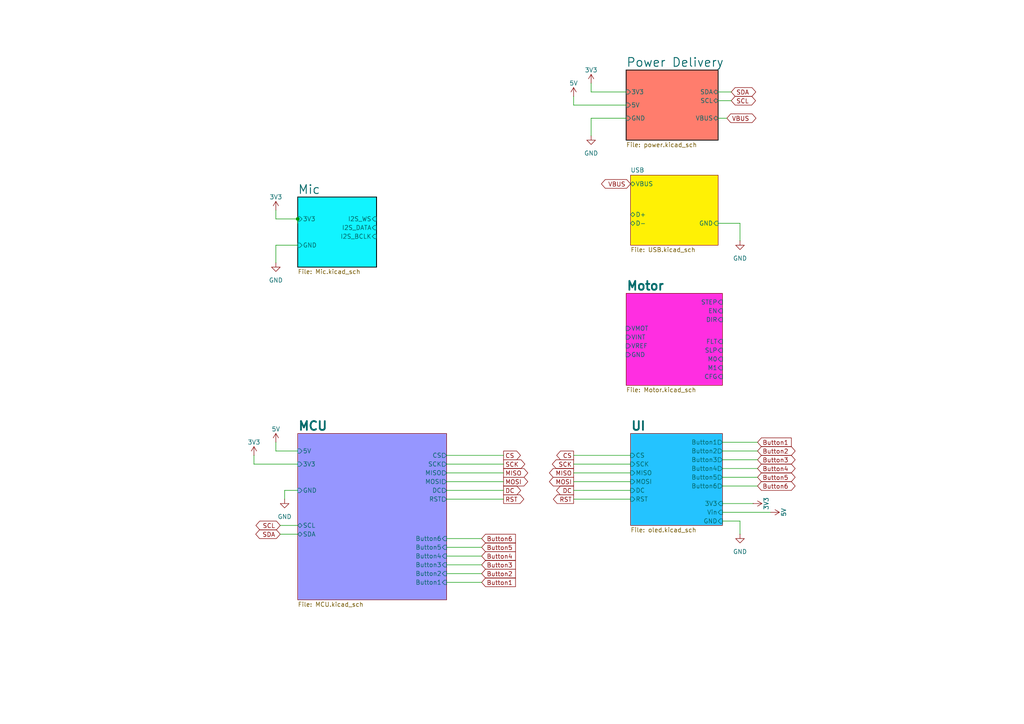
<source format=kicad_sch>
(kicad_sch (version 20231120) (generator "eeschema") (generator_version "8.0")
  (paper "A4")
  (lib_symbols
    (symbol "power:GND" (power) (pin_numbers hide) (pin_names (offset 0) hide)
      (property "Value" "GND" (at 0 -3.81 0))
      (symbol "GND_0_1"
        (polyline (pts (xy 0 0) (xy 0 -1.27) (xy 1.27 -1.27) (xy 0 -2.54) (xy -1.27 -1.27) (xy 0 -1.27)))
      )
      (symbol "GND_1_1"
        (pin power_in line (at 0 0 270) (length 0) (name "~") (number "1"))
      )
    )
    (symbol "power:VCC" (power) (pin_numbers hide) (pin_names (offset 0) hide)
      (property "Value" "VCC" (at 0 3.556 0))
      (symbol "VCC_0_1"
        (polyline (pts (xy -0.762 1.27) (xy 0 2.54)))
        (polyline (pts (xy 0 0) (xy 0 2.54)))
        (polyline (pts (xy 0 2.54) (xy 0.762 1.27)))
      )
      (symbol "VCC_1_1"
        (pin power_in line (at 0 0 90) (length 0) (name "~") (number "1"))
      )
    )
  )
  (junction (at 86.36 63.5))
  (wire (pts (xy 212.09 29.21) (xy 208.28 29.21)))
  (wire (pts (xy 129.54 163.83) (xy 139.7 163.83)))
  (wire (pts (xy 171.45 34.29) (xy 181.61 34.29)))
  (wire (pts (xy 209.55 133.35) (xy 219.71 133.35)))
  (wire (pts (xy 214.63 151.13) (xy 209.55 151.13)))
  (wire (pts (xy 129.54 139.7) (xy 146.05 139.7)))
  (wire (pts (xy 171.45 34.29) (xy 171.45 39.37)))
  (wire (pts (xy 73.66 134.62) (xy 73.66 132.08)))
  (wire (pts (xy 182.88 137.16) (xy 166.37 137.16)))
  (wire (pts (xy 182.88 134.62) (xy 166.37 134.62)))
  (wire (pts (xy 214.63 154.94) (xy 214.63 151.13)))
  (wire (pts (xy 182.88 139.7) (xy 166.37 139.7)))
  (wire (pts (xy 129.54 158.75) (xy 139.7 158.75)))
  (wire (pts (xy 80.01 60.96) (xy 80.01 63.5)))
  (wire (pts (xy 80.01 130.81) (xy 80.01 128.27)))
  (wire (pts (xy 80.01 63.5) (xy 86.36 63.5)))
  (wire (pts (xy 171.45 26.67) (xy 181.61 26.67)))
  (wire (pts (xy 209.55 146.05) (xy 218.44 146.05)))
  (wire (pts (xy 129.54 134.62) (xy 146.05 134.62)))
  (wire (pts (xy 86.36 142.24) (xy 82.55 142.24)))
  (wire (pts (xy 86.36 134.62) (xy 73.66 134.62)))
  (wire (pts (xy 86.36 71.12) (xy 80.01 71.12)))
  (wire (pts (xy 214.63 64.77) (xy 214.63 69.85)))
  (wire (pts (xy 129.54 161.29) (xy 139.7 161.29)))
  (wire (pts (xy 171.45 24.13) (xy 171.45 26.67)))
  (wire (pts (xy 182.88 132.08) (xy 166.37 132.08)))
  (wire (pts (xy 81.28 152.4) (xy 86.36 152.4)))
  (wire (pts (xy 210.82 34.29) (xy 208.28 34.29)))
  (wire (pts (xy 129.54 132.08) (xy 146.05 132.08)))
  (wire (pts (xy 129.54 142.24) (xy 146.05 142.24)))
  (wire (pts (xy 129.54 156.21) (xy 139.7 156.21)))
  (wire (pts (xy 209.55 130.81) (xy 219.71 130.81)))
  (wire (pts (xy 212.09 26.67) (xy 208.28 26.67)))
  (wire (pts (xy 129.54 137.16) (xy 146.05 137.16)))
  (wire (pts (xy 86.36 130.81) (xy 80.01 130.81)))
  (wire (pts (xy 129.54 168.91) (xy 139.7 168.91)))
  (wire (pts (xy 166.37 30.48) (xy 181.61 30.48)))
  (wire (pts (xy 209.55 138.43) (xy 219.71 138.43)))
  (wire (pts (xy 209.55 140.97) (xy 219.71 140.97)))
  (wire (pts (xy 81.28 154.94) (xy 86.36 154.94)))
  (wire (pts (xy 209.55 148.59) (xy 223.52 148.59)))
  (wire (pts (xy 166.37 30.48) (xy 166.37 27.94)))
  (wire (pts (xy 80.01 71.12) (xy 80.01 76.2)))
  (wire (pts (xy 182.88 142.24) (xy 166.37 142.24)))
  (wire (pts (xy 209.55 135.89) (xy 219.71 135.89)))
  (wire (pts (xy 182.88 144.78) (xy 166.37 144.78)))
  (wire (pts (xy 82.55 142.24) (xy 82.55 144.78)))
  (wire (pts (xy 208.28 64.77) (xy 214.63 64.77)))
  (wire (pts (xy 86.36 63.5) (xy 86.36 64.77)))
  (wire (pts (xy 129.54 144.78) (xy 146.05 144.78)))
  (wire (pts (xy 209.55 128.27) (xy 219.71 128.27)))
  (wire (pts (xy 129.54 166.37) (xy 139.7 166.37)))
  (global_label "Button3" (shape input) (at 139.7 163.83 0) (property "Intersheetrefs" "${INTERSHEET_REFS}" (effects (hide yes))))
  (global_label "SCK" (shape output) (at 166.37 134.62 180) (property "Intersheetrefs" "${INTERSHEET_REFS}" (effects (hide yes))))
  (global_label "VBUS" (shape bidirectional) (at 210.82 34.29 0) (property "Intersheetrefs" "${INTERSHEET_REFS}" (effects (hide yes))))
  (global_label "RST" (shape output) (at 166.37 144.78 180) (property "Intersheetrefs" "${INTERSHEET_REFS}" (effects (hide yes))))
  (global_label "SCL" (shape bidirectional) (at 81.28 152.4 180) (property "Intersheetrefs" "${INTERSHEET_REFS}" (effects (hide yes))))
  (global_label "SDA" (shape bidirectional) (at 212.09 26.67 0) (property "Intersheetrefs" "${INTERSHEET_REFS}" (effects (hide yes))))
  (global_label "CS" (shape output) (at 146.05 132.08 0) (property "Intersheetrefs" "${INTERSHEET_REFS}" (effects (hide yes))))
  (global_label "CS" (shape output) (at 166.37 132.08 180) (property "Intersheetrefs" "${INTERSHEET_REFS}" (effects (hide yes))))
  (global_label "Button6" (shape bidirectional) (at 219.71 140.97 0) (property "Intersheetrefs" "${INTERSHEET_REFS}" (effects (hide yes))))
  (global_label "MISO" (shape output) (at 146.05 137.16 0) (property "Intersheetrefs" "${INTERSHEET_REFS}" (effects (hide yes))))
  (global_label "Button3" (shape bidirectional) (at 219.71 133.35 0) (property "Intersheetrefs" "${INTERSHEET_REFS}" (effects (hide yes))))
  (global_label "Button5" (shape bidirectional) (at 219.71 138.43 0) (property "Intersheetrefs" "${INTERSHEET_REFS}" (effects (hide yes))))
  (global_label "Button2" (shape bidirectional) (at 219.71 130.81 0) (property "Intersheetrefs" "${INTERSHEET_REFS}" (effects (hide yes))))
  (global_label "Button5" (shape input) (at 139.7 158.75 0) (property "Intersheetrefs" "${INTERSHEET_REFS}" (effects (hide yes))))
  (global_label "DC" (shape output) (at 146.05 142.24 0) (property "Intersheetrefs" "${INTERSHEET_REFS}" (effects (hide yes))))
  (global_label "VBUS" (shape bidirectional) (at 182.88 53.34 180) (property "Intersheetrefs" "${INTERSHEET_REFS}" (effects (hide yes))))
  (global_label "Button4" (shape bidirectional) (at 219.71 135.89 0) (property "Intersheetrefs" "${INTERSHEET_REFS}" (effects (hide yes))))
  (global_label "Button1" (shape input) (at 219.71 128.27 0) (property "Intersheetrefs" "${INTERSHEET_REFS}" (effects (hide yes))))
  (global_label "Button6" (shape input) (at 139.7 156.21 0) (property "Intersheetrefs" "${INTERSHEET_REFS}" (effects (hide yes))))
  (global_label "MISO" (shape output) (at 166.37 137.16 180) (property "Intersheetrefs" "${INTERSHEET_REFS}" (effects (hide yes))))
  (global_label "SCK" (shape output) (at 146.05 134.62 0) (property "Intersheetrefs" "${INTERSHEET_REFS}" (effects (hide yes))))
  (global_label "Button1" (shape input) (at 139.7 168.91 0) (property "Intersheetrefs" "${INTERSHEET_REFS}" (effects (hide yes))))
  (global_label "Button4" (shape input) (at 139.7 161.29 0) (property "Intersheetrefs" "${INTERSHEET_REFS}" (effects (hide yes))))
  (global_label "MOSI" (shape output) (at 146.05 139.7 0) (property "Intersheetrefs" "${INTERSHEET_REFS}" (effects (hide yes))))
  (global_label "MOSI" (shape output) (at 166.37 139.7 180) (property "Intersheetrefs" "${INTERSHEET_REFS}" (effects (hide yes))))
  (global_label "DC" (shape output) (at 166.37 142.24 180) (property "Intersheetrefs" "${INTERSHEET_REFS}" (effects (hide yes))))
  (global_label "RST" (shape output) (at 146.05 144.78 0) (property "Intersheetrefs" "${INTERSHEET_REFS}" (effects (hide yes))))
  (global_label "SCL" (shape bidirectional) (at 212.09 29.21 0) (property "Intersheetrefs" "${INTERSHEET_REFS}" (effects (hide yes))))
  (global_label "SDA" (shape bidirectional) (at 81.28 154.94 180) (property "Intersheetrefs" "${INTERSHEET_REFS}" (effects (hide yes))))
  (global_label "Button2" (shape input) (at 139.7 166.37 0) (property "Intersheetrefs" "${INTERSHEET_REFS}" (effects (hide yes))))
  (symbol (lib_id "power:GND") (at 82.55 144.78 0) (unit 1)
    (property "Reference" "#PWR05" (effects (hide yes)))
    (property "Value" "GND" (at 82.55 149.86 0))
    (property "Description" "Power symbol creates a global label with name \"GND\" , ground" (effects (hide yes)))
  )
  (symbol (lib_id "power:VCC") (at 166.37 27.94 0) (unit 1)
    (property "Reference" "#PWR06" (effects (hide yes)))
    (property "Value" "5V" (at 166.37 24.13 0))
    (property "Description" "Power symbol creates a global label with name \"VCC\"" (effects (hide yes)))
  )
  (symbol (lib_id "power:VCC") (at 73.66 132.08 0) (unit 1)
    (property "Reference" "#PWR01" (effects (hide yes)))
    (property "Value" "3V3" (at 73.66 128.27 0))
    (property "Description" "Power symbol creates a global label with name \"VCC\"" (effects (hide yes)))
  )
  (symbol (lib_id "power:GND") (at 171.45 39.37 0) (unit 1)
    (property "Reference" "#PWR08" (effects (hide yes)))
    (property "Value" "GND" (at 171.45 44.45 0))
    (property "Description" "Power symbol creates a global label with name \"GND\" , ground" (effects (hide yes)))
  )
  (symbol (lib_id "power:VCC") (at 80.01 128.27 0) (unit 1)
    (property "Reference" "#PWR04" (effects (hide yes)))
    (property "Value" "5V" (at 80.01 124.46 0))
    (property "Description" "Power symbol creates a global label with name \"VCC\"" (effects (hide yes)))
  )
  (symbol (lib_id "power:GND") (at 214.63 154.94 0) (unit 1)
    (property "Reference" "#PWR011" (effects (hide yes)))
    (property "Value" "GND" (at 214.63 160.02 0))
    (property "Description" "Power symbol creates a global label with name \"GND\" , ground" (effects (hide yes)))
  )
  (symbol (lib_id "power:GND") (at 214.63 69.85 0) (unit 1)
    (property "Reference" "#PWR0107" (effects (hide yes)))
    (property "Value" "GND" (at 214.63 74.93 0))
    (property "Description" "Power symbol creates a global label with name \"GND\" , ground" (effects (hide yes)))
  )
  (symbol (lib_id "power:VCC") (at 218.44 146.05 270) (unit 1)
    (property "Reference" "#PWR012" (effects (hide yes)))
    (property "Value" "3V3" (at 222.25 146.05 0))
    (property "Description" "Power symbol creates a global label with name \"VCC\"" (effects (hide yes)))
  )
  (symbol (lib_id "power:VCC") (at 223.52 148.59 270) (unit 1)
    (property "Reference" "#PWR013" (effects (hide yes)))
    (property "Value" "5V" (at 227.33 148.59 0))
    (property "Description" "Power symbol creates a global label with name \"VCC\"" (effects (hide yes)))
  )
  (symbol (lib_id "power:GND") (at 80.01 76.2 0) (unit 1)
    (property "Reference" "#PWR03" (effects (hide yes)))
    (property "Value" "GND" (at 80.01 81.28 0))
    (property "Description" "Power symbol creates a global label with name \"GND\" , ground" (effects (hide yes)))
  )
  (symbol (lib_id "power:VCC") (at 80.01 60.96 0) (unit 1)
    (property "Reference" "#PWR02" (effects (hide yes)))
    (property "Value" "3V3" (at 80.01 57.15 0))
    (property "Description" "Power symbol creates a global label with name \"VCC\"" (effects (hide yes)))
  )
  (symbol (lib_id "power:VCC") (at 171.45 24.13 0) (unit 1)
    (property "Reference" "#PWR07" (effects (hide yes)))
    (property "Value" "3V3" (at 171.45 20.32 0))
    (property "Description" "Power symbol creates a global label with name \"VCC\"" (effects (hide yes)))
  )
  (sheet (at 182.88 50.8) (size 25.4 20.32) (stroke (width 0.1524)) (fill (color 255 241 5 1.0000))
    (property "Sheetname" "USB" (at 182.88 50.0884 0) (effects (justify left bottom)))
    (property "Sheetfile" "USB.kicad_sch" (at 182.88 71.7046 0) (effects (justify left top)))
    (pin "VBUS" bidirectional (at 182.88 53.34 180))
    (pin "D-" bidirectional (at 182.88 64.77 180))
    (pin "D+" bidirectional (at 182.88 62.23 180))
    (pin "GND" input (at 208.28 64.77 0))
  )
  (sheet (at 182.88 125.73) (size 26.67 26.67) (stroke (width 0.1524)) (fill (color 36 195 255 1.0000))
    (property "Sheetname" "UI" (at 182.88 125.0184 0) (effects (font (size 2.54 2.54) (thickness 0.508) (bold yes)) (justify left bottom)))
    (property "Sheetfile" "oled.kicad_sch" (at 182.88 152.9846 0) (effects (justify left top)))
    (pin "Button6" output (at 209.55 140.97 0))
    (pin "Button5" output (at 209.55 138.43 0))
    (pin "Button1" output (at 209.55 128.27 0))
    (pin "MISO" input (at 182.88 137.16 180))
    (pin "MOSI" input (at 182.88 139.7 180))
    (pin "RST" input (at 182.88 144.78 180))
    (pin "DC" input (at 182.88 142.24 180))
    (pin "SCK" input (at 182.88 134.62 180))
    (pin "GND" input (at 209.55 151.13 0))
    (pin "3V3" input (at 209.55 146.05 0))
    (pin "Vin" input (at 209.55 148.59 0))
    (pin "CS" input (at 182.88 132.08 180))
    (pin "Button2" output (at 209.55 130.81 0))
    (pin "Button3" output (at 209.55 133.35 0))
    (pin "Button4" output (at 209.55 135.89 0))
  )
  (sheet (at 181.61 85.09) (size 27.94 26.67) (stroke (width 0.1524)) (fill (color 255 46 225 1.0000))
    (property "Sheetname" "Motor" (at 181.61 84.3784 0) (effects (font (size 2.54 2.54) (thickness 0.508) (bold yes)) (justify left bottom)))
    (property "Sheetfile" "Motor.kicad_sch" (at 181.61 112.3446 0) (effects (justify left top)))
    (pin "FLT" input (at 209.55 99.06 0))
    (pin "STEP" input (at 209.55 87.63 0))
    (pin "SLP" input (at 209.55 101.6 0))
    (pin "DIR" input (at 209.55 92.71 0))
    (pin "VREF" input (at 181.61 100.33 180))
    (pin "M0" input (at 209.55 104.14 0))
    (pin "EN" input (at 209.55 90.17 0))
    (pin "M1" input (at 209.55 106.68 0))
    (pin "VMOT" input (at 181.61 95.25 180))
    (pin "VINT" input (at 181.61 97.79 180))
    (pin "GND" input (at 181.61 102.87 180))
    (pin "CFG" input (at 209.55 109.22 0))
  )
  (sheet (at 86.36 57.15) (size 22.86 20.32) (stroke (width 0.254) (color 0 0 0 1)) (fill (color 17 244 255 1.0000))
    (property "Sheetname" "Mic" (at 86.36 56.4384 0) (effects (font (size 2.54 2.54) (thickness 0.254) (bold yes)) (justify left bottom)))
    (property "Sheetfile" "Mic.kicad_sch" (at 86.36 78.0546 0) (effects (justify left top)))
    (pin "I2S_WS" input (at 109.22 63.5 0))
    (pin "I2S_DATA" input (at 109.22 66.04 0))
    (pin "I2S_BCLK" input (at 109.22 68.58 0))
    (pin "GND" input (at 86.36 71.12 180))
    (pin "3V3" input (at 86.36 63.5 180))
  )
  (sheet (at 181.61 20.32) (size 26.67 20.32) (stroke (width 0.254) (color 0 0 0 1)) (fill (color 255 125 109 1.0000))
    (property "Sheetname" "Power Delivery" (at 181.61 19.5576 0) (effects (font (size 2.54 2.54) (thickness 0.254) (bold yes)) (justify left bottom)))
    (property "Sheetfile" "power.kicad_sch" (at 181.61 41.2754 0) (effects (justify left top)))
    (pin "SDA" bidirectional (at 208.28 26.67 0))
    (pin "SCL" bidirectional (at 208.28 29.21 0))
    (pin "3V3" input (at 181.61 26.67 180))
    (pin "GND" input (at 181.61 34.29 180))
    (pin "5V" input (at 181.61 30.48 180))
    (pin "VBUS" bidirectional (at 208.28 34.29 0))
  )
  (sheet (at 86.36 125.73) (size 43.18 48.26) (stroke (width 0.1524)) (fill (color 150 150 255 1.0000))
    (property "Sheetname" "MCU" (at 86.36 125.0184 0) (effects (font (size 2.54 2.54) (thickness 0.508) (bold yes)) (justify left bottom)))
    (property "Sheetfile" "MCU.kicad_sch" (at 86.36 174.5746 0) (effects (justify left top)))
    (pin "Button5" input (at 129.54 158.75 0))
    (pin "Button6" input (at 129.54 156.21 0))
    (pin "Button4" input (at 129.54 161.29 0))
    (pin "SDA" bidirectional (at 86.36 154.94 180))
    (pin "SCL" bidirectional (at 86.36 152.4 180))
    (pin "RST" output (at 129.54 144.78 0))
    (pin "CS" output (at 129.54 132.08 0))
    (pin "MOSI" output (at 129.54 139.7 0))
    (pin "MISO" output (at 129.54 137.16 0))
    (pin "SCK" output (at 129.54 134.62 0))
    (pin "DC" output (at 129.54 142.24 0))
    (pin "Button1" input (at 129.54 168.91 0))
    (pin "Button2" input (at 129.54 166.37 0))
    (pin "Button3" input (at 129.54 163.83 0))
    (pin "3V3" input (at 86.36 134.62 180))
    (pin "GND" input (at 86.36 142.24 180))
    (pin "5V" input (at 86.36 130.81 180))
  )
)
</source>
